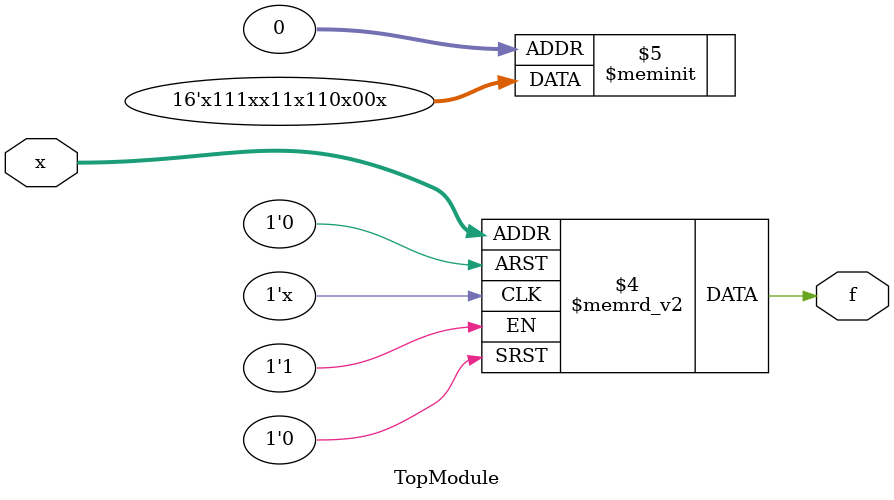
<source format=sv>
module TopModule(
    input [3:0] x,
    output logic f
);

always @(*) begin
    case (x)
        4'b0101, 4'b0110, 4'b1000, 4'b1001, 4'b1100, 4'b1101, 4'b1110: f = 1'b1;
        4'b0001, 4'b0010, 4'b0100: f = 1'b0;
        default: f = 1'bx; // Don't-care conditions
    endcase
end

endmodule
</source>
